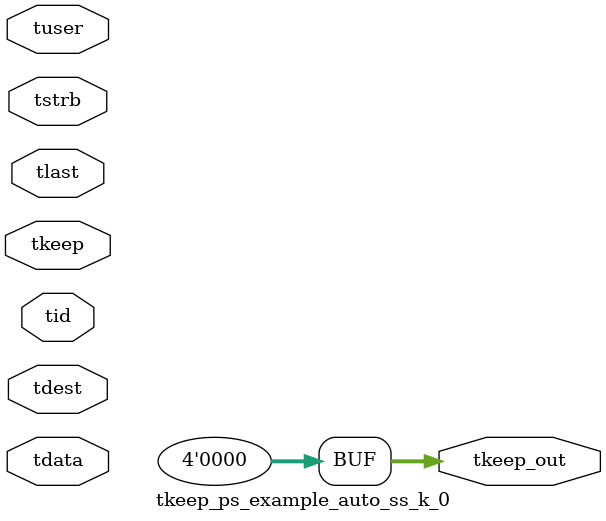
<source format=v>


`timescale 1ps/1ps

module tkeep_ps_example_auto_ss_k_0 #
(
parameter C_S_AXIS_TDATA_WIDTH = 32,
parameter C_S_AXIS_TUSER_WIDTH = 0,
parameter C_S_AXIS_TID_WIDTH   = 0,
parameter C_S_AXIS_TDEST_WIDTH = 0,
parameter C_M_AXIS_TDATA_WIDTH = 32
)
(
input  [(C_S_AXIS_TDATA_WIDTH == 0 ? 1 : C_S_AXIS_TDATA_WIDTH)-1:0     ] tdata,
input  [(C_S_AXIS_TUSER_WIDTH == 0 ? 1 : C_S_AXIS_TUSER_WIDTH)-1:0     ] tuser,
input  [(C_S_AXIS_TID_WIDTH   == 0 ? 1 : C_S_AXIS_TID_WIDTH)-1:0       ] tid,
input  [(C_S_AXIS_TDEST_WIDTH == 0 ? 1 : C_S_AXIS_TDEST_WIDTH)-1:0     ] tdest,
input  [(C_S_AXIS_TDATA_WIDTH/8)-1:0 ] tkeep,
input  [(C_S_AXIS_TDATA_WIDTH/8)-1:0 ] tstrb,
input                                                                    tlast,
output [(C_M_AXIS_TDATA_WIDTH/8)-1:0 ] tkeep_out
);

assign tkeep_out = {1'b0};

endmodule


</source>
